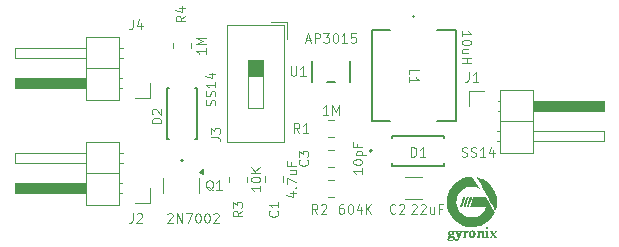
<source format=gbr>
%TF.GenerationSoftware,KiCad,Pcbnew,9.0.2*%
%TF.CreationDate,2025-06-14T21:55:15+08:00*%
%TF.ProjectId,Tiny Solar Supply,54696e79-2053-46f6-9c61-722053757070,rev?*%
%TF.SameCoordinates,Original*%
%TF.FileFunction,Legend,Top*%
%TF.FilePolarity,Positive*%
%FSLAX46Y46*%
G04 Gerber Fmt 4.6, Leading zero omitted, Abs format (unit mm)*
G04 Created by KiCad (PCBNEW 9.0.2) date 2025-06-14 21:55:15*
%MOMM*%
%LPD*%
G01*
G04 APERTURE LIST*
%ADD10C,0.100000*%
%ADD11C,0.000000*%
%ADD12C,0.120000*%
%ADD13C,0.200000*%
%ADD14C,0.127000*%
%ADD15C,0.152400*%
G04 APERTURE END LIST*
D10*
X92576667Y-95614895D02*
X92310000Y-95233942D01*
X92119524Y-95614895D02*
X92119524Y-94814895D01*
X92119524Y-94814895D02*
X92424286Y-94814895D01*
X92424286Y-94814895D02*
X92500476Y-94852990D01*
X92500476Y-94852990D02*
X92538571Y-94891085D01*
X92538571Y-94891085D02*
X92576667Y-94967276D01*
X92576667Y-94967276D02*
X92576667Y-95081561D01*
X92576667Y-95081561D02*
X92538571Y-95157752D01*
X92538571Y-95157752D02*
X92500476Y-95195847D01*
X92500476Y-95195847D02*
X92424286Y-95233942D01*
X92424286Y-95233942D02*
X92119524Y-95233942D01*
X93338571Y-95614895D02*
X92881428Y-95614895D01*
X93110000Y-95614895D02*
X93110000Y-94814895D01*
X93110000Y-94814895D02*
X93033809Y-94929180D01*
X93033809Y-94929180D02*
X92957619Y-95005371D01*
X92957619Y-95005371D02*
X92881428Y-95043466D01*
X95021428Y-94090895D02*
X94564285Y-94090895D01*
X94792857Y-94090895D02*
X94792857Y-93290895D01*
X94792857Y-93290895D02*
X94716666Y-93405180D01*
X94716666Y-93405180D02*
X94640476Y-93481371D01*
X94640476Y-93481371D02*
X94564285Y-93519466D01*
X95364286Y-94090895D02*
X95364286Y-93290895D01*
X95364286Y-93290895D02*
X95630952Y-93862323D01*
X95630952Y-93862323D02*
X95897619Y-93290895D01*
X95897619Y-93290895D02*
X95897619Y-94090895D01*
X85061295Y-96024666D02*
X85632723Y-96024666D01*
X85632723Y-96024666D02*
X85747009Y-96062761D01*
X85747009Y-96062761D02*
X85823200Y-96138952D01*
X85823200Y-96138952D02*
X85861295Y-96253237D01*
X85861295Y-96253237D02*
X85861295Y-96329428D01*
X85061295Y-95719904D02*
X85061295Y-95224666D01*
X85061295Y-95224666D02*
X85366057Y-95491332D01*
X85366057Y-95491332D02*
X85366057Y-95377047D01*
X85366057Y-95377047D02*
X85404152Y-95300856D01*
X85404152Y-95300856D02*
X85442247Y-95262761D01*
X85442247Y-95262761D02*
X85518438Y-95224666D01*
X85518438Y-95224666D02*
X85708914Y-95224666D01*
X85708914Y-95224666D02*
X85785104Y-95262761D01*
X85785104Y-95262761D02*
X85823200Y-95300856D01*
X85823200Y-95300856D02*
X85861295Y-95377047D01*
X85861295Y-95377047D02*
X85861295Y-95605618D01*
X85861295Y-95605618D02*
X85823200Y-95681809D01*
X85823200Y-95681809D02*
X85785104Y-95719904D01*
X78473333Y-102434895D02*
X78473333Y-103006323D01*
X78473333Y-103006323D02*
X78435238Y-103120609D01*
X78435238Y-103120609D02*
X78359047Y-103196800D01*
X78359047Y-103196800D02*
X78244762Y-103234895D01*
X78244762Y-103234895D02*
X78168571Y-103234895D01*
X78816190Y-102511085D02*
X78854286Y-102472990D01*
X78854286Y-102472990D02*
X78930476Y-102434895D01*
X78930476Y-102434895D02*
X79120952Y-102434895D01*
X79120952Y-102434895D02*
X79197143Y-102472990D01*
X79197143Y-102472990D02*
X79235238Y-102511085D01*
X79235238Y-102511085D02*
X79273333Y-102587276D01*
X79273333Y-102587276D02*
X79273333Y-102663466D01*
X79273333Y-102663466D02*
X79235238Y-102777752D01*
X79235238Y-102777752D02*
X78778095Y-103234895D01*
X78778095Y-103234895D02*
X79273333Y-103234895D01*
X106921333Y-90496895D02*
X106921333Y-91068323D01*
X106921333Y-91068323D02*
X106883238Y-91182609D01*
X106883238Y-91182609D02*
X106807047Y-91258800D01*
X106807047Y-91258800D02*
X106692762Y-91296895D01*
X106692762Y-91296895D02*
X106616571Y-91296895D01*
X107721333Y-91296895D02*
X107264190Y-91296895D01*
X107492762Y-91296895D02*
X107492762Y-90496895D01*
X107492762Y-90496895D02*
X107416571Y-90611180D01*
X107416571Y-90611180D02*
X107340381Y-90687371D01*
X107340381Y-90687371D02*
X107264190Y-90725466D01*
X80882895Y-94824475D02*
X80082895Y-94824475D01*
X80082895Y-94824475D02*
X80082895Y-94633999D01*
X80082895Y-94633999D02*
X80120990Y-94519713D01*
X80120990Y-94519713D02*
X80197180Y-94443523D01*
X80197180Y-94443523D02*
X80273371Y-94405428D01*
X80273371Y-94405428D02*
X80425752Y-94367332D01*
X80425752Y-94367332D02*
X80540038Y-94367332D01*
X80540038Y-94367332D02*
X80692419Y-94405428D01*
X80692419Y-94405428D02*
X80768609Y-94443523D01*
X80768609Y-94443523D02*
X80844800Y-94519713D01*
X80844800Y-94519713D02*
X80882895Y-94633999D01*
X80882895Y-94633999D02*
X80882895Y-94824475D01*
X80159085Y-94062571D02*
X80120990Y-94024475D01*
X80120990Y-94024475D02*
X80082895Y-93948285D01*
X80082895Y-93948285D02*
X80082895Y-93757809D01*
X80082895Y-93757809D02*
X80120990Y-93681618D01*
X80120990Y-93681618D02*
X80159085Y-93643523D01*
X80159085Y-93643523D02*
X80235276Y-93605428D01*
X80235276Y-93605428D02*
X80311466Y-93605428D01*
X80311466Y-93605428D02*
X80425752Y-93643523D01*
X80425752Y-93643523D02*
X80882895Y-94100666D01*
X80882895Y-94100666D02*
X80882895Y-93605428D01*
X85416800Y-93319429D02*
X85454895Y-93205143D01*
X85454895Y-93205143D02*
X85454895Y-93014667D01*
X85454895Y-93014667D02*
X85416800Y-92938476D01*
X85416800Y-92938476D02*
X85378704Y-92900381D01*
X85378704Y-92900381D02*
X85302514Y-92862286D01*
X85302514Y-92862286D02*
X85226323Y-92862286D01*
X85226323Y-92862286D02*
X85150133Y-92900381D01*
X85150133Y-92900381D02*
X85112038Y-92938476D01*
X85112038Y-92938476D02*
X85073942Y-93014667D01*
X85073942Y-93014667D02*
X85035847Y-93167048D01*
X85035847Y-93167048D02*
X84997752Y-93243238D01*
X84997752Y-93243238D02*
X84959657Y-93281333D01*
X84959657Y-93281333D02*
X84883466Y-93319429D01*
X84883466Y-93319429D02*
X84807276Y-93319429D01*
X84807276Y-93319429D02*
X84731085Y-93281333D01*
X84731085Y-93281333D02*
X84692990Y-93243238D01*
X84692990Y-93243238D02*
X84654895Y-93167048D01*
X84654895Y-93167048D02*
X84654895Y-92976571D01*
X84654895Y-92976571D02*
X84692990Y-92862286D01*
X85416800Y-92557524D02*
X85454895Y-92443238D01*
X85454895Y-92443238D02*
X85454895Y-92252762D01*
X85454895Y-92252762D02*
X85416800Y-92176571D01*
X85416800Y-92176571D02*
X85378704Y-92138476D01*
X85378704Y-92138476D02*
X85302514Y-92100381D01*
X85302514Y-92100381D02*
X85226323Y-92100381D01*
X85226323Y-92100381D02*
X85150133Y-92138476D01*
X85150133Y-92138476D02*
X85112038Y-92176571D01*
X85112038Y-92176571D02*
X85073942Y-92252762D01*
X85073942Y-92252762D02*
X85035847Y-92405143D01*
X85035847Y-92405143D02*
X84997752Y-92481333D01*
X84997752Y-92481333D02*
X84959657Y-92519428D01*
X84959657Y-92519428D02*
X84883466Y-92557524D01*
X84883466Y-92557524D02*
X84807276Y-92557524D01*
X84807276Y-92557524D02*
X84731085Y-92519428D01*
X84731085Y-92519428D02*
X84692990Y-92481333D01*
X84692990Y-92481333D02*
X84654895Y-92405143D01*
X84654895Y-92405143D02*
X84654895Y-92214666D01*
X84654895Y-92214666D02*
X84692990Y-92100381D01*
X85454895Y-91338476D02*
X85454895Y-91795619D01*
X85454895Y-91567047D02*
X84654895Y-91567047D01*
X84654895Y-91567047D02*
X84769180Y-91643238D01*
X84769180Y-91643238D02*
X84845371Y-91719428D01*
X84845371Y-91719428D02*
X84883466Y-91795619D01*
X84921561Y-90652761D02*
X85454895Y-90652761D01*
X84616800Y-90843237D02*
X85188228Y-91033714D01*
X85188228Y-91033714D02*
X85188228Y-90538475D01*
X94100667Y-102472895D02*
X93834000Y-102091942D01*
X93643524Y-102472895D02*
X93643524Y-101672895D01*
X93643524Y-101672895D02*
X93948286Y-101672895D01*
X93948286Y-101672895D02*
X94024476Y-101710990D01*
X94024476Y-101710990D02*
X94062571Y-101749085D01*
X94062571Y-101749085D02*
X94100667Y-101825276D01*
X94100667Y-101825276D02*
X94100667Y-101939561D01*
X94100667Y-101939561D02*
X94062571Y-102015752D01*
X94062571Y-102015752D02*
X94024476Y-102053847D01*
X94024476Y-102053847D02*
X93948286Y-102091942D01*
X93948286Y-102091942D02*
X93643524Y-102091942D01*
X94405428Y-101749085D02*
X94443524Y-101710990D01*
X94443524Y-101710990D02*
X94519714Y-101672895D01*
X94519714Y-101672895D02*
X94710190Y-101672895D01*
X94710190Y-101672895D02*
X94786381Y-101710990D01*
X94786381Y-101710990D02*
X94824476Y-101749085D01*
X94824476Y-101749085D02*
X94862571Y-101825276D01*
X94862571Y-101825276D02*
X94862571Y-101901466D01*
X94862571Y-101901466D02*
X94824476Y-102015752D01*
X94824476Y-102015752D02*
X94367333Y-102472895D01*
X94367333Y-102472895D02*
X94862571Y-102472895D01*
X96272476Y-101672895D02*
X96120095Y-101672895D01*
X96120095Y-101672895D02*
X96043904Y-101710990D01*
X96043904Y-101710990D02*
X96005809Y-101749085D01*
X96005809Y-101749085D02*
X95929619Y-101863371D01*
X95929619Y-101863371D02*
X95891523Y-102015752D01*
X95891523Y-102015752D02*
X95891523Y-102320514D01*
X95891523Y-102320514D02*
X95929619Y-102396704D01*
X95929619Y-102396704D02*
X95967714Y-102434800D01*
X95967714Y-102434800D02*
X96043904Y-102472895D01*
X96043904Y-102472895D02*
X96196285Y-102472895D01*
X96196285Y-102472895D02*
X96272476Y-102434800D01*
X96272476Y-102434800D02*
X96310571Y-102396704D01*
X96310571Y-102396704D02*
X96348666Y-102320514D01*
X96348666Y-102320514D02*
X96348666Y-102130038D01*
X96348666Y-102130038D02*
X96310571Y-102053847D01*
X96310571Y-102053847D02*
X96272476Y-102015752D01*
X96272476Y-102015752D02*
X96196285Y-101977657D01*
X96196285Y-101977657D02*
X96043904Y-101977657D01*
X96043904Y-101977657D02*
X95967714Y-102015752D01*
X95967714Y-102015752D02*
X95929619Y-102053847D01*
X95929619Y-102053847D02*
X95891523Y-102130038D01*
X96843905Y-101672895D02*
X96920095Y-101672895D01*
X96920095Y-101672895D02*
X96996286Y-101710990D01*
X96996286Y-101710990D02*
X97034381Y-101749085D01*
X97034381Y-101749085D02*
X97072476Y-101825276D01*
X97072476Y-101825276D02*
X97110571Y-101977657D01*
X97110571Y-101977657D02*
X97110571Y-102168133D01*
X97110571Y-102168133D02*
X97072476Y-102320514D01*
X97072476Y-102320514D02*
X97034381Y-102396704D01*
X97034381Y-102396704D02*
X96996286Y-102434800D01*
X96996286Y-102434800D02*
X96920095Y-102472895D01*
X96920095Y-102472895D02*
X96843905Y-102472895D01*
X96843905Y-102472895D02*
X96767714Y-102434800D01*
X96767714Y-102434800D02*
X96729619Y-102396704D01*
X96729619Y-102396704D02*
X96691524Y-102320514D01*
X96691524Y-102320514D02*
X96653428Y-102168133D01*
X96653428Y-102168133D02*
X96653428Y-101977657D01*
X96653428Y-101977657D02*
X96691524Y-101825276D01*
X96691524Y-101825276D02*
X96729619Y-101749085D01*
X96729619Y-101749085D02*
X96767714Y-101710990D01*
X96767714Y-101710990D02*
X96843905Y-101672895D01*
X97796286Y-101939561D02*
X97796286Y-102472895D01*
X97605810Y-101634800D02*
X97415333Y-102206228D01*
X97415333Y-102206228D02*
X97910572Y-102206228D01*
X98215334Y-102472895D02*
X98215334Y-101672895D01*
X98672477Y-102472895D02*
X98329619Y-102015752D01*
X98672477Y-101672895D02*
X98215334Y-102130038D01*
X87740895Y-102241332D02*
X87359942Y-102507999D01*
X87740895Y-102698475D02*
X86940895Y-102698475D01*
X86940895Y-102698475D02*
X86940895Y-102393713D01*
X86940895Y-102393713D02*
X86978990Y-102317523D01*
X86978990Y-102317523D02*
X87017085Y-102279428D01*
X87017085Y-102279428D02*
X87093276Y-102241332D01*
X87093276Y-102241332D02*
X87207561Y-102241332D01*
X87207561Y-102241332D02*
X87283752Y-102279428D01*
X87283752Y-102279428D02*
X87321847Y-102317523D01*
X87321847Y-102317523D02*
X87359942Y-102393713D01*
X87359942Y-102393713D02*
X87359942Y-102698475D01*
X86940895Y-101974666D02*
X86940895Y-101479428D01*
X86940895Y-101479428D02*
X87245657Y-101746094D01*
X87245657Y-101746094D02*
X87245657Y-101631809D01*
X87245657Y-101631809D02*
X87283752Y-101555618D01*
X87283752Y-101555618D02*
X87321847Y-101517523D01*
X87321847Y-101517523D02*
X87398038Y-101479428D01*
X87398038Y-101479428D02*
X87588514Y-101479428D01*
X87588514Y-101479428D02*
X87664704Y-101517523D01*
X87664704Y-101517523D02*
X87702800Y-101555618D01*
X87702800Y-101555618D02*
X87740895Y-101631809D01*
X87740895Y-101631809D02*
X87740895Y-101860380D01*
X87740895Y-101860380D02*
X87702800Y-101936571D01*
X87702800Y-101936571D02*
X87664704Y-101974666D01*
X89264895Y-100120381D02*
X89264895Y-100577524D01*
X89264895Y-100348952D02*
X88464895Y-100348952D01*
X88464895Y-100348952D02*
X88579180Y-100425143D01*
X88579180Y-100425143D02*
X88655371Y-100501333D01*
X88655371Y-100501333D02*
X88693466Y-100577524D01*
X88464895Y-99625142D02*
X88464895Y-99548952D01*
X88464895Y-99548952D02*
X88502990Y-99472761D01*
X88502990Y-99472761D02*
X88541085Y-99434666D01*
X88541085Y-99434666D02*
X88617276Y-99396571D01*
X88617276Y-99396571D02*
X88769657Y-99358476D01*
X88769657Y-99358476D02*
X88960133Y-99358476D01*
X88960133Y-99358476D02*
X89112514Y-99396571D01*
X89112514Y-99396571D02*
X89188704Y-99434666D01*
X89188704Y-99434666D02*
X89226800Y-99472761D01*
X89226800Y-99472761D02*
X89264895Y-99548952D01*
X89264895Y-99548952D02*
X89264895Y-99625142D01*
X89264895Y-99625142D02*
X89226800Y-99701333D01*
X89226800Y-99701333D02*
X89188704Y-99739428D01*
X89188704Y-99739428D02*
X89112514Y-99777523D01*
X89112514Y-99777523D02*
X88960133Y-99815619D01*
X88960133Y-99815619D02*
X88769657Y-99815619D01*
X88769657Y-99815619D02*
X88617276Y-99777523D01*
X88617276Y-99777523D02*
X88541085Y-99739428D01*
X88541085Y-99739428D02*
X88502990Y-99701333D01*
X88502990Y-99701333D02*
X88464895Y-99625142D01*
X89264895Y-99015618D02*
X88464895Y-99015618D01*
X89264895Y-98558475D02*
X88807752Y-98901333D01*
X88464895Y-98558475D02*
X88922038Y-99015618D01*
X93252704Y-97923332D02*
X93290800Y-97961428D01*
X93290800Y-97961428D02*
X93328895Y-98075713D01*
X93328895Y-98075713D02*
X93328895Y-98151904D01*
X93328895Y-98151904D02*
X93290800Y-98266190D01*
X93290800Y-98266190D02*
X93214609Y-98342380D01*
X93214609Y-98342380D02*
X93138419Y-98380475D01*
X93138419Y-98380475D02*
X92986038Y-98418571D01*
X92986038Y-98418571D02*
X92871752Y-98418571D01*
X92871752Y-98418571D02*
X92719371Y-98380475D01*
X92719371Y-98380475D02*
X92643180Y-98342380D01*
X92643180Y-98342380D02*
X92566990Y-98266190D01*
X92566990Y-98266190D02*
X92528895Y-98151904D01*
X92528895Y-98151904D02*
X92528895Y-98075713D01*
X92528895Y-98075713D02*
X92566990Y-97961428D01*
X92566990Y-97961428D02*
X92605085Y-97923332D01*
X92528895Y-97656666D02*
X92528895Y-97161428D01*
X92528895Y-97161428D02*
X92833657Y-97428094D01*
X92833657Y-97428094D02*
X92833657Y-97313809D01*
X92833657Y-97313809D02*
X92871752Y-97237618D01*
X92871752Y-97237618D02*
X92909847Y-97199523D01*
X92909847Y-97199523D02*
X92986038Y-97161428D01*
X92986038Y-97161428D02*
X93176514Y-97161428D01*
X93176514Y-97161428D02*
X93252704Y-97199523D01*
X93252704Y-97199523D02*
X93290800Y-97237618D01*
X93290800Y-97237618D02*
X93328895Y-97313809D01*
X93328895Y-97313809D02*
X93328895Y-97542380D01*
X93328895Y-97542380D02*
X93290800Y-97618571D01*
X93290800Y-97618571D02*
X93252704Y-97656666D01*
X97900895Y-98647143D02*
X97900895Y-99104286D01*
X97900895Y-98875714D02*
X97100895Y-98875714D01*
X97100895Y-98875714D02*
X97215180Y-98951905D01*
X97215180Y-98951905D02*
X97291371Y-99028095D01*
X97291371Y-99028095D02*
X97329466Y-99104286D01*
X97100895Y-98151904D02*
X97100895Y-98075714D01*
X97100895Y-98075714D02*
X97138990Y-97999523D01*
X97138990Y-97999523D02*
X97177085Y-97961428D01*
X97177085Y-97961428D02*
X97253276Y-97923333D01*
X97253276Y-97923333D02*
X97405657Y-97885238D01*
X97405657Y-97885238D02*
X97596133Y-97885238D01*
X97596133Y-97885238D02*
X97748514Y-97923333D01*
X97748514Y-97923333D02*
X97824704Y-97961428D01*
X97824704Y-97961428D02*
X97862800Y-97999523D01*
X97862800Y-97999523D02*
X97900895Y-98075714D01*
X97900895Y-98075714D02*
X97900895Y-98151904D01*
X97900895Y-98151904D02*
X97862800Y-98228095D01*
X97862800Y-98228095D02*
X97824704Y-98266190D01*
X97824704Y-98266190D02*
X97748514Y-98304285D01*
X97748514Y-98304285D02*
X97596133Y-98342381D01*
X97596133Y-98342381D02*
X97405657Y-98342381D01*
X97405657Y-98342381D02*
X97253276Y-98304285D01*
X97253276Y-98304285D02*
X97177085Y-98266190D01*
X97177085Y-98266190D02*
X97138990Y-98228095D01*
X97138990Y-98228095D02*
X97100895Y-98151904D01*
X97367561Y-97542380D02*
X98167561Y-97542380D01*
X97405657Y-97542380D02*
X97367561Y-97466190D01*
X97367561Y-97466190D02*
X97367561Y-97313809D01*
X97367561Y-97313809D02*
X97405657Y-97237618D01*
X97405657Y-97237618D02*
X97443752Y-97199523D01*
X97443752Y-97199523D02*
X97519942Y-97161428D01*
X97519942Y-97161428D02*
X97748514Y-97161428D01*
X97748514Y-97161428D02*
X97824704Y-97199523D01*
X97824704Y-97199523D02*
X97862800Y-97237618D01*
X97862800Y-97237618D02*
X97900895Y-97313809D01*
X97900895Y-97313809D02*
X97900895Y-97466190D01*
X97900895Y-97466190D02*
X97862800Y-97542380D01*
X97481847Y-96551904D02*
X97481847Y-96818570D01*
X97900895Y-96818570D02*
X97100895Y-96818570D01*
X97100895Y-96818570D02*
X97100895Y-96437618D01*
X91846476Y-89988895D02*
X91846476Y-90636514D01*
X91846476Y-90636514D02*
X91884571Y-90712704D01*
X91884571Y-90712704D02*
X91922666Y-90750800D01*
X91922666Y-90750800D02*
X91998857Y-90788895D01*
X91998857Y-90788895D02*
X92151238Y-90788895D01*
X92151238Y-90788895D02*
X92227428Y-90750800D01*
X92227428Y-90750800D02*
X92265523Y-90712704D01*
X92265523Y-90712704D02*
X92303619Y-90636514D01*
X92303619Y-90636514D02*
X92303619Y-89988895D01*
X93103618Y-90788895D02*
X92646475Y-90788895D01*
X92875047Y-90788895D02*
X92875047Y-89988895D01*
X92875047Y-89988895D02*
X92798856Y-90103180D01*
X92798856Y-90103180D02*
X92722666Y-90179371D01*
X92722666Y-90179371D02*
X92646475Y-90217466D01*
X93135713Y-87766323D02*
X93516666Y-87766323D01*
X93059523Y-87994895D02*
X93326190Y-87194895D01*
X93326190Y-87194895D02*
X93592856Y-87994895D01*
X93859523Y-87994895D02*
X93859523Y-87194895D01*
X93859523Y-87194895D02*
X94164285Y-87194895D01*
X94164285Y-87194895D02*
X94240475Y-87232990D01*
X94240475Y-87232990D02*
X94278570Y-87271085D01*
X94278570Y-87271085D02*
X94316666Y-87347276D01*
X94316666Y-87347276D02*
X94316666Y-87461561D01*
X94316666Y-87461561D02*
X94278570Y-87537752D01*
X94278570Y-87537752D02*
X94240475Y-87575847D01*
X94240475Y-87575847D02*
X94164285Y-87613942D01*
X94164285Y-87613942D02*
X93859523Y-87613942D01*
X94583332Y-87194895D02*
X95078570Y-87194895D01*
X95078570Y-87194895D02*
X94811904Y-87499657D01*
X94811904Y-87499657D02*
X94926189Y-87499657D01*
X94926189Y-87499657D02*
X95002380Y-87537752D01*
X95002380Y-87537752D02*
X95040475Y-87575847D01*
X95040475Y-87575847D02*
X95078570Y-87652038D01*
X95078570Y-87652038D02*
X95078570Y-87842514D01*
X95078570Y-87842514D02*
X95040475Y-87918704D01*
X95040475Y-87918704D02*
X95002380Y-87956800D01*
X95002380Y-87956800D02*
X94926189Y-87994895D01*
X94926189Y-87994895D02*
X94697618Y-87994895D01*
X94697618Y-87994895D02*
X94621427Y-87956800D01*
X94621427Y-87956800D02*
X94583332Y-87918704D01*
X95573809Y-87194895D02*
X95649999Y-87194895D01*
X95649999Y-87194895D02*
X95726190Y-87232990D01*
X95726190Y-87232990D02*
X95764285Y-87271085D01*
X95764285Y-87271085D02*
X95802380Y-87347276D01*
X95802380Y-87347276D02*
X95840475Y-87499657D01*
X95840475Y-87499657D02*
X95840475Y-87690133D01*
X95840475Y-87690133D02*
X95802380Y-87842514D01*
X95802380Y-87842514D02*
X95764285Y-87918704D01*
X95764285Y-87918704D02*
X95726190Y-87956800D01*
X95726190Y-87956800D02*
X95649999Y-87994895D01*
X95649999Y-87994895D02*
X95573809Y-87994895D01*
X95573809Y-87994895D02*
X95497618Y-87956800D01*
X95497618Y-87956800D02*
X95459523Y-87918704D01*
X95459523Y-87918704D02*
X95421428Y-87842514D01*
X95421428Y-87842514D02*
X95383332Y-87690133D01*
X95383332Y-87690133D02*
X95383332Y-87499657D01*
X95383332Y-87499657D02*
X95421428Y-87347276D01*
X95421428Y-87347276D02*
X95459523Y-87271085D01*
X95459523Y-87271085D02*
X95497618Y-87232990D01*
X95497618Y-87232990D02*
X95573809Y-87194895D01*
X96602380Y-87994895D02*
X96145237Y-87994895D01*
X96373809Y-87994895D02*
X96373809Y-87194895D01*
X96373809Y-87194895D02*
X96297618Y-87309180D01*
X96297618Y-87309180D02*
X96221428Y-87385371D01*
X96221428Y-87385371D02*
X96145237Y-87423466D01*
X97326190Y-87194895D02*
X96945238Y-87194895D01*
X96945238Y-87194895D02*
X96907142Y-87575847D01*
X96907142Y-87575847D02*
X96945238Y-87537752D01*
X96945238Y-87537752D02*
X97021428Y-87499657D01*
X97021428Y-87499657D02*
X97211904Y-87499657D01*
X97211904Y-87499657D02*
X97288095Y-87537752D01*
X97288095Y-87537752D02*
X97326190Y-87575847D01*
X97326190Y-87575847D02*
X97364285Y-87652038D01*
X97364285Y-87652038D02*
X97364285Y-87842514D01*
X97364285Y-87842514D02*
X97326190Y-87918704D01*
X97326190Y-87918704D02*
X97288095Y-87956800D01*
X97288095Y-87956800D02*
X97211904Y-87994895D01*
X97211904Y-87994895D02*
X97021428Y-87994895D01*
X97021428Y-87994895D02*
X96945238Y-87956800D01*
X96945238Y-87956800D02*
X96907142Y-87918704D01*
X85267809Y-100517085D02*
X85191619Y-100478990D01*
X85191619Y-100478990D02*
X85115428Y-100402800D01*
X85115428Y-100402800D02*
X85001142Y-100288514D01*
X85001142Y-100288514D02*
X84924952Y-100250419D01*
X84924952Y-100250419D02*
X84848761Y-100250419D01*
X84886857Y-100440895D02*
X84810666Y-100402800D01*
X84810666Y-100402800D02*
X84734476Y-100326609D01*
X84734476Y-100326609D02*
X84696380Y-100174228D01*
X84696380Y-100174228D02*
X84696380Y-99907561D01*
X84696380Y-99907561D02*
X84734476Y-99755180D01*
X84734476Y-99755180D02*
X84810666Y-99678990D01*
X84810666Y-99678990D02*
X84886857Y-99640895D01*
X84886857Y-99640895D02*
X85039238Y-99640895D01*
X85039238Y-99640895D02*
X85115428Y-99678990D01*
X85115428Y-99678990D02*
X85191619Y-99755180D01*
X85191619Y-99755180D02*
X85229714Y-99907561D01*
X85229714Y-99907561D02*
X85229714Y-100174228D01*
X85229714Y-100174228D02*
X85191619Y-100326609D01*
X85191619Y-100326609D02*
X85115428Y-100402800D01*
X85115428Y-100402800D02*
X85039238Y-100440895D01*
X85039238Y-100440895D02*
X84886857Y-100440895D01*
X85991618Y-100440895D02*
X85534475Y-100440895D01*
X85763047Y-100440895D02*
X85763047Y-99640895D01*
X85763047Y-99640895D02*
X85686856Y-99755180D01*
X85686856Y-99755180D02*
X85610666Y-99831371D01*
X85610666Y-99831371D02*
X85534475Y-99869466D01*
X81394570Y-102511085D02*
X81432666Y-102472990D01*
X81432666Y-102472990D02*
X81508856Y-102434895D01*
X81508856Y-102434895D02*
X81699332Y-102434895D01*
X81699332Y-102434895D02*
X81775523Y-102472990D01*
X81775523Y-102472990D02*
X81813618Y-102511085D01*
X81813618Y-102511085D02*
X81851713Y-102587276D01*
X81851713Y-102587276D02*
X81851713Y-102663466D01*
X81851713Y-102663466D02*
X81813618Y-102777752D01*
X81813618Y-102777752D02*
X81356475Y-103234895D01*
X81356475Y-103234895D02*
X81851713Y-103234895D01*
X82194571Y-103234895D02*
X82194571Y-102434895D01*
X82194571Y-102434895D02*
X82651714Y-103234895D01*
X82651714Y-103234895D02*
X82651714Y-102434895D01*
X82956475Y-102434895D02*
X83489809Y-102434895D01*
X83489809Y-102434895D02*
X83146951Y-103234895D01*
X83946952Y-102434895D02*
X84023142Y-102434895D01*
X84023142Y-102434895D02*
X84099333Y-102472990D01*
X84099333Y-102472990D02*
X84137428Y-102511085D01*
X84137428Y-102511085D02*
X84175523Y-102587276D01*
X84175523Y-102587276D02*
X84213618Y-102739657D01*
X84213618Y-102739657D02*
X84213618Y-102930133D01*
X84213618Y-102930133D02*
X84175523Y-103082514D01*
X84175523Y-103082514D02*
X84137428Y-103158704D01*
X84137428Y-103158704D02*
X84099333Y-103196800D01*
X84099333Y-103196800D02*
X84023142Y-103234895D01*
X84023142Y-103234895D02*
X83946952Y-103234895D01*
X83946952Y-103234895D02*
X83870761Y-103196800D01*
X83870761Y-103196800D02*
X83832666Y-103158704D01*
X83832666Y-103158704D02*
X83794571Y-103082514D01*
X83794571Y-103082514D02*
X83756475Y-102930133D01*
X83756475Y-102930133D02*
X83756475Y-102739657D01*
X83756475Y-102739657D02*
X83794571Y-102587276D01*
X83794571Y-102587276D02*
X83832666Y-102511085D01*
X83832666Y-102511085D02*
X83870761Y-102472990D01*
X83870761Y-102472990D02*
X83946952Y-102434895D01*
X84708857Y-102434895D02*
X84785047Y-102434895D01*
X84785047Y-102434895D02*
X84861238Y-102472990D01*
X84861238Y-102472990D02*
X84899333Y-102511085D01*
X84899333Y-102511085D02*
X84937428Y-102587276D01*
X84937428Y-102587276D02*
X84975523Y-102739657D01*
X84975523Y-102739657D02*
X84975523Y-102930133D01*
X84975523Y-102930133D02*
X84937428Y-103082514D01*
X84937428Y-103082514D02*
X84899333Y-103158704D01*
X84899333Y-103158704D02*
X84861238Y-103196800D01*
X84861238Y-103196800D02*
X84785047Y-103234895D01*
X84785047Y-103234895D02*
X84708857Y-103234895D01*
X84708857Y-103234895D02*
X84632666Y-103196800D01*
X84632666Y-103196800D02*
X84594571Y-103158704D01*
X84594571Y-103158704D02*
X84556476Y-103082514D01*
X84556476Y-103082514D02*
X84518380Y-102930133D01*
X84518380Y-102930133D02*
X84518380Y-102739657D01*
X84518380Y-102739657D02*
X84556476Y-102587276D01*
X84556476Y-102587276D02*
X84594571Y-102511085D01*
X84594571Y-102511085D02*
X84632666Y-102472990D01*
X84632666Y-102472990D02*
X84708857Y-102434895D01*
X85280285Y-102511085D02*
X85318381Y-102472990D01*
X85318381Y-102472990D02*
X85394571Y-102434895D01*
X85394571Y-102434895D02*
X85585047Y-102434895D01*
X85585047Y-102434895D02*
X85661238Y-102472990D01*
X85661238Y-102472990D02*
X85699333Y-102511085D01*
X85699333Y-102511085D02*
X85737428Y-102587276D01*
X85737428Y-102587276D02*
X85737428Y-102663466D01*
X85737428Y-102663466D02*
X85699333Y-102777752D01*
X85699333Y-102777752D02*
X85242190Y-103234895D01*
X85242190Y-103234895D02*
X85737428Y-103234895D01*
X101870104Y-90671666D02*
X101870104Y-90290714D01*
X101870104Y-90290714D02*
X102670104Y-90290714D01*
X101870104Y-91357380D02*
X101870104Y-90900237D01*
X101870104Y-91128809D02*
X102670104Y-91128809D01*
X102670104Y-91128809D02*
X102555819Y-91052618D01*
X102555819Y-91052618D02*
X102479628Y-90976428D01*
X102479628Y-90976428D02*
X102441533Y-90900237D01*
X106315104Y-87458666D02*
X106315104Y-87001523D01*
X106315104Y-87230095D02*
X107115104Y-87230095D01*
X107115104Y-87230095D02*
X107000819Y-87153904D01*
X107000819Y-87153904D02*
X106924628Y-87077714D01*
X106924628Y-87077714D02*
X106886533Y-87001523D01*
X107115104Y-87953905D02*
X107115104Y-88030095D01*
X107115104Y-88030095D02*
X107077009Y-88106286D01*
X107077009Y-88106286D02*
X107038914Y-88144381D01*
X107038914Y-88144381D02*
X106962723Y-88182476D01*
X106962723Y-88182476D02*
X106810342Y-88220571D01*
X106810342Y-88220571D02*
X106619866Y-88220571D01*
X106619866Y-88220571D02*
X106467485Y-88182476D01*
X106467485Y-88182476D02*
X106391295Y-88144381D01*
X106391295Y-88144381D02*
X106353200Y-88106286D01*
X106353200Y-88106286D02*
X106315104Y-88030095D01*
X106315104Y-88030095D02*
X106315104Y-87953905D01*
X106315104Y-87953905D02*
X106353200Y-87877714D01*
X106353200Y-87877714D02*
X106391295Y-87839619D01*
X106391295Y-87839619D02*
X106467485Y-87801524D01*
X106467485Y-87801524D02*
X106619866Y-87763428D01*
X106619866Y-87763428D02*
X106810342Y-87763428D01*
X106810342Y-87763428D02*
X106962723Y-87801524D01*
X106962723Y-87801524D02*
X107038914Y-87839619D01*
X107038914Y-87839619D02*
X107077009Y-87877714D01*
X107077009Y-87877714D02*
X107115104Y-87953905D01*
X106848438Y-88906286D02*
X106315104Y-88906286D01*
X106848438Y-88563429D02*
X106429390Y-88563429D01*
X106429390Y-88563429D02*
X106353200Y-88601524D01*
X106353200Y-88601524D02*
X106315104Y-88677714D01*
X106315104Y-88677714D02*
X106315104Y-88792000D01*
X106315104Y-88792000D02*
X106353200Y-88868191D01*
X106353200Y-88868191D02*
X106391295Y-88906286D01*
X106315104Y-89287239D02*
X107115104Y-89287239D01*
X106734152Y-89287239D02*
X106734152Y-89744382D01*
X106315104Y-89744382D02*
X107115104Y-89744382D01*
X100704667Y-102396704D02*
X100666571Y-102434800D01*
X100666571Y-102434800D02*
X100552286Y-102472895D01*
X100552286Y-102472895D02*
X100476095Y-102472895D01*
X100476095Y-102472895D02*
X100361809Y-102434800D01*
X100361809Y-102434800D02*
X100285619Y-102358609D01*
X100285619Y-102358609D02*
X100247524Y-102282419D01*
X100247524Y-102282419D02*
X100209428Y-102130038D01*
X100209428Y-102130038D02*
X100209428Y-102015752D01*
X100209428Y-102015752D02*
X100247524Y-101863371D01*
X100247524Y-101863371D02*
X100285619Y-101787180D01*
X100285619Y-101787180D02*
X100361809Y-101710990D01*
X100361809Y-101710990D02*
X100476095Y-101672895D01*
X100476095Y-101672895D02*
X100552286Y-101672895D01*
X100552286Y-101672895D02*
X100666571Y-101710990D01*
X100666571Y-101710990D02*
X100704667Y-101749085D01*
X101009428Y-101749085D02*
X101047524Y-101710990D01*
X101047524Y-101710990D02*
X101123714Y-101672895D01*
X101123714Y-101672895D02*
X101314190Y-101672895D01*
X101314190Y-101672895D02*
X101390381Y-101710990D01*
X101390381Y-101710990D02*
X101428476Y-101749085D01*
X101428476Y-101749085D02*
X101466571Y-101825276D01*
X101466571Y-101825276D02*
X101466571Y-101901466D01*
X101466571Y-101901466D02*
X101428476Y-102015752D01*
X101428476Y-102015752D02*
X100971333Y-102472895D01*
X100971333Y-102472895D02*
X101466571Y-102472895D01*
X102063713Y-101749085D02*
X102101809Y-101710990D01*
X102101809Y-101710990D02*
X102177999Y-101672895D01*
X102177999Y-101672895D02*
X102368475Y-101672895D01*
X102368475Y-101672895D02*
X102444666Y-101710990D01*
X102444666Y-101710990D02*
X102482761Y-101749085D01*
X102482761Y-101749085D02*
X102520856Y-101825276D01*
X102520856Y-101825276D02*
X102520856Y-101901466D01*
X102520856Y-101901466D02*
X102482761Y-102015752D01*
X102482761Y-102015752D02*
X102025618Y-102472895D01*
X102025618Y-102472895D02*
X102520856Y-102472895D01*
X102825618Y-101749085D02*
X102863714Y-101710990D01*
X102863714Y-101710990D02*
X102939904Y-101672895D01*
X102939904Y-101672895D02*
X103130380Y-101672895D01*
X103130380Y-101672895D02*
X103206571Y-101710990D01*
X103206571Y-101710990D02*
X103244666Y-101749085D01*
X103244666Y-101749085D02*
X103282761Y-101825276D01*
X103282761Y-101825276D02*
X103282761Y-101901466D01*
X103282761Y-101901466D02*
X103244666Y-102015752D01*
X103244666Y-102015752D02*
X102787523Y-102472895D01*
X102787523Y-102472895D02*
X103282761Y-102472895D01*
X103968476Y-101939561D02*
X103968476Y-102472895D01*
X103625619Y-101939561D02*
X103625619Y-102358609D01*
X103625619Y-102358609D02*
X103663714Y-102434800D01*
X103663714Y-102434800D02*
X103739904Y-102472895D01*
X103739904Y-102472895D02*
X103854190Y-102472895D01*
X103854190Y-102472895D02*
X103930381Y-102434800D01*
X103930381Y-102434800D02*
X103968476Y-102396704D01*
X104616095Y-102053847D02*
X104349429Y-102053847D01*
X104349429Y-102472895D02*
X104349429Y-101672895D01*
X104349429Y-101672895D02*
X104730381Y-101672895D01*
X78473333Y-86077295D02*
X78473333Y-86648723D01*
X78473333Y-86648723D02*
X78435238Y-86763009D01*
X78435238Y-86763009D02*
X78359047Y-86839200D01*
X78359047Y-86839200D02*
X78244762Y-86877295D01*
X78244762Y-86877295D02*
X78168571Y-86877295D01*
X79197143Y-86343961D02*
X79197143Y-86877295D01*
X79006667Y-86039200D02*
X78816190Y-86610628D01*
X78816190Y-86610628D02*
X79311429Y-86610628D01*
X82914895Y-85731332D02*
X82533942Y-85997999D01*
X82914895Y-86188475D02*
X82114895Y-86188475D01*
X82114895Y-86188475D02*
X82114895Y-85883713D01*
X82114895Y-85883713D02*
X82152990Y-85807523D01*
X82152990Y-85807523D02*
X82191085Y-85769428D01*
X82191085Y-85769428D02*
X82267276Y-85731332D01*
X82267276Y-85731332D02*
X82381561Y-85731332D01*
X82381561Y-85731332D02*
X82457752Y-85769428D01*
X82457752Y-85769428D02*
X82495847Y-85807523D01*
X82495847Y-85807523D02*
X82533942Y-85883713D01*
X82533942Y-85883713D02*
X82533942Y-86188475D01*
X82381561Y-85045618D02*
X82914895Y-85045618D01*
X82076800Y-85236094D02*
X82648228Y-85426571D01*
X82648228Y-85426571D02*
X82648228Y-84931332D01*
X84652395Y-88493571D02*
X84652395Y-88950714D01*
X84652395Y-88722142D02*
X83852395Y-88722142D01*
X83852395Y-88722142D02*
X83966680Y-88798333D01*
X83966680Y-88798333D02*
X84042871Y-88874523D01*
X84042871Y-88874523D02*
X84080966Y-88950714D01*
X84652395Y-88150713D02*
X83852395Y-88150713D01*
X83852395Y-88150713D02*
X84423823Y-87884047D01*
X84423823Y-87884047D02*
X83852395Y-87617380D01*
X83852395Y-87617380D02*
X84652395Y-87617380D01*
X90712704Y-102241332D02*
X90750800Y-102279428D01*
X90750800Y-102279428D02*
X90788895Y-102393713D01*
X90788895Y-102393713D02*
X90788895Y-102469904D01*
X90788895Y-102469904D02*
X90750800Y-102584190D01*
X90750800Y-102584190D02*
X90674609Y-102660380D01*
X90674609Y-102660380D02*
X90598419Y-102698475D01*
X90598419Y-102698475D02*
X90446038Y-102736571D01*
X90446038Y-102736571D02*
X90331752Y-102736571D01*
X90331752Y-102736571D02*
X90179371Y-102698475D01*
X90179371Y-102698475D02*
X90103180Y-102660380D01*
X90103180Y-102660380D02*
X90026990Y-102584190D01*
X90026990Y-102584190D02*
X89988895Y-102469904D01*
X89988895Y-102469904D02*
X89988895Y-102393713D01*
X89988895Y-102393713D02*
X90026990Y-102279428D01*
X90026990Y-102279428D02*
X90065085Y-102241332D01*
X90788895Y-101479428D02*
X90788895Y-101936571D01*
X90788895Y-101707999D02*
X89988895Y-101707999D01*
X89988895Y-101707999D02*
X90103180Y-101784190D01*
X90103180Y-101784190D02*
X90179371Y-101860380D01*
X90179371Y-101860380D02*
X90217466Y-101936571D01*
X91779561Y-100691809D02*
X92312895Y-100691809D01*
X91474800Y-100882285D02*
X92046228Y-101072762D01*
X92046228Y-101072762D02*
X92046228Y-100577523D01*
X92236704Y-100272761D02*
X92274800Y-100234666D01*
X92274800Y-100234666D02*
X92312895Y-100272761D01*
X92312895Y-100272761D02*
X92274800Y-100310857D01*
X92274800Y-100310857D02*
X92236704Y-100272761D01*
X92236704Y-100272761D02*
X92312895Y-100272761D01*
X91512895Y-99968000D02*
X91512895Y-99434666D01*
X91512895Y-99434666D02*
X92312895Y-99777524D01*
X91779561Y-98787047D02*
X92312895Y-98787047D01*
X91779561Y-99129904D02*
X92198609Y-99129904D01*
X92198609Y-99129904D02*
X92274800Y-99091809D01*
X92274800Y-99091809D02*
X92312895Y-99015619D01*
X92312895Y-99015619D02*
X92312895Y-98901333D01*
X92312895Y-98901333D02*
X92274800Y-98825142D01*
X92274800Y-98825142D02*
X92236704Y-98787047D01*
X91893847Y-98139428D02*
X91893847Y-98406094D01*
X92312895Y-98406094D02*
X91512895Y-98406094D01*
X91512895Y-98406094D02*
X91512895Y-98025142D01*
X102025524Y-97646895D02*
X102025524Y-96846895D01*
X102025524Y-96846895D02*
X102216000Y-96846895D01*
X102216000Y-96846895D02*
X102330286Y-96884990D01*
X102330286Y-96884990D02*
X102406476Y-96961180D01*
X102406476Y-96961180D02*
X102444571Y-97037371D01*
X102444571Y-97037371D02*
X102482667Y-97189752D01*
X102482667Y-97189752D02*
X102482667Y-97304038D01*
X102482667Y-97304038D02*
X102444571Y-97456419D01*
X102444571Y-97456419D02*
X102406476Y-97532609D01*
X102406476Y-97532609D02*
X102330286Y-97608800D01*
X102330286Y-97608800D02*
X102216000Y-97646895D01*
X102216000Y-97646895D02*
X102025524Y-97646895D01*
X103244571Y-97646895D02*
X102787428Y-97646895D01*
X103016000Y-97646895D02*
X103016000Y-96846895D01*
X103016000Y-96846895D02*
X102939809Y-96961180D01*
X102939809Y-96961180D02*
X102863619Y-97037371D01*
X102863619Y-97037371D02*
X102787428Y-97075466D01*
X106324570Y-97608800D02*
X106438856Y-97646895D01*
X106438856Y-97646895D02*
X106629332Y-97646895D01*
X106629332Y-97646895D02*
X106705523Y-97608800D01*
X106705523Y-97608800D02*
X106743618Y-97570704D01*
X106743618Y-97570704D02*
X106781713Y-97494514D01*
X106781713Y-97494514D02*
X106781713Y-97418323D01*
X106781713Y-97418323D02*
X106743618Y-97342133D01*
X106743618Y-97342133D02*
X106705523Y-97304038D01*
X106705523Y-97304038D02*
X106629332Y-97265942D01*
X106629332Y-97265942D02*
X106476951Y-97227847D01*
X106476951Y-97227847D02*
X106400761Y-97189752D01*
X106400761Y-97189752D02*
X106362666Y-97151657D01*
X106362666Y-97151657D02*
X106324570Y-97075466D01*
X106324570Y-97075466D02*
X106324570Y-96999276D01*
X106324570Y-96999276D02*
X106362666Y-96923085D01*
X106362666Y-96923085D02*
X106400761Y-96884990D01*
X106400761Y-96884990D02*
X106476951Y-96846895D01*
X106476951Y-96846895D02*
X106667428Y-96846895D01*
X106667428Y-96846895D02*
X106781713Y-96884990D01*
X107086475Y-97608800D02*
X107200761Y-97646895D01*
X107200761Y-97646895D02*
X107391237Y-97646895D01*
X107391237Y-97646895D02*
X107467428Y-97608800D01*
X107467428Y-97608800D02*
X107505523Y-97570704D01*
X107505523Y-97570704D02*
X107543618Y-97494514D01*
X107543618Y-97494514D02*
X107543618Y-97418323D01*
X107543618Y-97418323D02*
X107505523Y-97342133D01*
X107505523Y-97342133D02*
X107467428Y-97304038D01*
X107467428Y-97304038D02*
X107391237Y-97265942D01*
X107391237Y-97265942D02*
X107238856Y-97227847D01*
X107238856Y-97227847D02*
X107162666Y-97189752D01*
X107162666Y-97189752D02*
X107124571Y-97151657D01*
X107124571Y-97151657D02*
X107086475Y-97075466D01*
X107086475Y-97075466D02*
X107086475Y-96999276D01*
X107086475Y-96999276D02*
X107124571Y-96923085D01*
X107124571Y-96923085D02*
X107162666Y-96884990D01*
X107162666Y-96884990D02*
X107238856Y-96846895D01*
X107238856Y-96846895D02*
X107429333Y-96846895D01*
X107429333Y-96846895D02*
X107543618Y-96884990D01*
X108305523Y-97646895D02*
X107848380Y-97646895D01*
X108076952Y-97646895D02*
X108076952Y-96846895D01*
X108076952Y-96846895D02*
X108000761Y-96961180D01*
X108000761Y-96961180D02*
X107924571Y-97037371D01*
X107924571Y-97037371D02*
X107848380Y-97075466D01*
X108991238Y-97113561D02*
X108991238Y-97646895D01*
X108800762Y-96808800D02*
X108610285Y-97380228D01*
X108610285Y-97380228D02*
X109105524Y-97380228D01*
D11*
%TO.C,G\u002A\u002A\u002A*%
G36*
X105511468Y-103915540D02*
G01*
X105573299Y-103924974D01*
X105667885Y-103928516D01*
X105784510Y-103925873D01*
X105820554Y-103923931D01*
X105931244Y-103918570D01*
X106005151Y-103918690D01*
X106049023Y-103924675D01*
X106069611Y-103936909D01*
X106070451Y-103938164D01*
X106069652Y-103973178D01*
X106048823Y-103995126D01*
X106028138Y-104013682D01*
X106022250Y-104036592D01*
X106031962Y-104075736D01*
X106058080Y-104142996D01*
X106058978Y-104145209D01*
X106085956Y-104209475D01*
X106106149Y-104253503D01*
X106114143Y-104266671D01*
X106124763Y-104248152D01*
X106146414Y-104200047D01*
X106169307Y-104145209D01*
X106195859Y-104077067D01*
X106205984Y-104037347D01*
X106200489Y-104014167D01*
X106180175Y-103995648D01*
X106179462Y-103995126D01*
X106152245Y-103962294D01*
X106165320Y-103936452D01*
X106215366Y-103920255D01*
X106278508Y-103916024D01*
X106357275Y-103922832D01*
X106398066Y-103942118D01*
X106399012Y-103972177D01*
X106371887Y-104001214D01*
X106350662Y-104019534D01*
X106331436Y-104041525D01*
X106310997Y-104073337D01*
X106286136Y-104121122D01*
X106253642Y-104191034D01*
X106210304Y-104289223D01*
X106155454Y-104415946D01*
X106108025Y-104521867D01*
X106062371Y-104616610D01*
X106023130Y-104691021D01*
X105994942Y-104735946D01*
X105990897Y-104740738D01*
X105931256Y-104786113D01*
X105868906Y-104806012D01*
X105813642Y-104801794D01*
X105775264Y-104774818D01*
X105763567Y-104726443D01*
X105766328Y-104709582D01*
X105782706Y-104651707D01*
X105799849Y-104629594D01*
X105825834Y-104635789D01*
X105838312Y-104643141D01*
X105894434Y-104657747D01*
X105945325Y-104629435D01*
X105979249Y-104580063D01*
X105991611Y-104551625D01*
X105995720Y-104522048D01*
X105989723Y-104482853D01*
X105971772Y-104425564D01*
X105940016Y-104341704D01*
X105911633Y-104270275D01*
X105857567Y-104144324D01*
X105811809Y-104056942D01*
X105775098Y-104009169D01*
X105748171Y-104002048D01*
X105735589Y-104021658D01*
X105709388Y-104043265D01*
X105684965Y-104047517D01*
X105654305Y-104058392D01*
X105643385Y-104098119D01*
X105642960Y-104114949D01*
X105622494Y-104192124D01*
X105566546Y-104257928D01*
X105483289Y-104304888D01*
X105416411Y-104322071D01*
X105346290Y-104336596D01*
X105318254Y-104351321D01*
X105330616Y-104364232D01*
X105381688Y-104373318D01*
X105462158Y-104376571D01*
X105582092Y-104384209D01*
X105665768Y-104407944D01*
X105718478Y-104449923D01*
X105738939Y-104488846D01*
X105742264Y-104556613D01*
X105716057Y-104633515D01*
X105667532Y-104704797D01*
X105610087Y-104752327D01*
X105509777Y-104789834D01*
X105392311Y-104804342D01*
X105278834Y-104794160D01*
X105237525Y-104782141D01*
X105183314Y-104762089D01*
X105150832Y-104750365D01*
X105147043Y-104749141D01*
X105137732Y-104731138D01*
X105119023Y-104687966D01*
X105117813Y-104685053D01*
X105106583Y-104626710D01*
X105107869Y-104618913D01*
X105248482Y-104618913D01*
X105268356Y-104665678D01*
X105326410Y-104694553D01*
X105414931Y-104704314D01*
X105497207Y-104692786D01*
X105542865Y-104662780D01*
X105576964Y-104609552D01*
X105569887Y-104570442D01*
X105521451Y-104545222D01*
X105438181Y-104533986D01*
X105340281Y-104536032D01*
X105279330Y-104555572D01*
X105251364Y-104594384D01*
X105248482Y-104618913D01*
X105107869Y-104618913D01*
X105115633Y-104571857D01*
X105140772Y-104535857D01*
X105160214Y-104529656D01*
X105170068Y-104510764D01*
X105169122Y-104464150D01*
X105167453Y-104452457D01*
X105167123Y-104380352D01*
X105190923Y-104335479D01*
X105213976Y-104303642D01*
X105205885Y-104278412D01*
X105182914Y-104255874D01*
X105149275Y-104203310D01*
X105144344Y-104165016D01*
X105317266Y-104165016D01*
X105335446Y-104207049D01*
X105376265Y-104220020D01*
X105396287Y-104218829D01*
X105433600Y-104210650D01*
X105451224Y-104189039D01*
X105456438Y-104141273D01*
X105456679Y-104113263D01*
X105454773Y-104052620D01*
X105443769Y-104023898D01*
X105415736Y-104015201D01*
X105390933Y-104014643D01*
X105345335Y-104019956D01*
X105325086Y-104044860D01*
X105318164Y-104087955D01*
X105317266Y-104165016D01*
X105144344Y-104165016D01*
X105138905Y-104122772D01*
X105145519Y-104053781D01*
X105171802Y-104005461D01*
X105203891Y-103974815D01*
X105297703Y-103922497D01*
X105408130Y-103902491D01*
X105511468Y-103915540D01*
G37*
G36*
X107335642Y-103922228D02*
G01*
X107416506Y-103967105D01*
X107471362Y-104036414D01*
X107500760Y-104136350D01*
X107502446Y-104242298D01*
X107479049Y-104342456D01*
X107433199Y-104425022D01*
X107373626Y-104475206D01*
X107297527Y-104502815D01*
X107209778Y-104518151D01*
X107130731Y-104518476D01*
X107100338Y-104511983D01*
X107009791Y-104465937D01*
X106951136Y-104398484D01*
X106920659Y-104303579D01*
X106914556Y-104215871D01*
X107097828Y-104215871D01*
X107108721Y-104302795D01*
X107131639Y-104373259D01*
X107132875Y-104375621D01*
X107173253Y-104410902D01*
X107229097Y-104418492D01*
X107280017Y-104395913D01*
X107282236Y-104393781D01*
X107297497Y-104355994D01*
X107306015Y-104289586D01*
X107307596Y-104209271D01*
X107302048Y-104129768D01*
X107289180Y-104065791D01*
X107286608Y-104058446D01*
X107252121Y-104015836D01*
X107202531Y-104005692D01*
X107151205Y-104027150D01*
X107116281Y-104069432D01*
X107100002Y-104131685D01*
X107097828Y-104215871D01*
X106914556Y-104215871D01*
X106914056Y-104208688D01*
X106917266Y-104125482D01*
X106930003Y-104069055D01*
X106956933Y-104022623D01*
X106970445Y-104005781D01*
X107046435Y-103944114D01*
X107139821Y-103910073D01*
X107239819Y-103902997D01*
X107335642Y-103922228D01*
G37*
G36*
X106864586Y-103912698D02*
G01*
X106888455Y-103959564D01*
X106892141Y-104002378D01*
X106886620Y-104072557D01*
X106869275Y-104102010D01*
X106838932Y-104092530D01*
X106835096Y-104089475D01*
X106792113Y-104073608D01*
X106756376Y-104073229D01*
X106730681Y-104080105D01*
X106714985Y-104098066D01*
X106706211Y-104136595D01*
X106701281Y-104205178D01*
X106699488Y-104248593D01*
X106697040Y-104333597D01*
X106699257Y-104384329D01*
X106708514Y-104410287D01*
X106727184Y-104420969D01*
X106743319Y-104423917D01*
X106782322Y-104441683D01*
X106793521Y-104463910D01*
X106784509Y-104481005D01*
X106752521Y-104492294D01*
X106690131Y-104499388D01*
X106612719Y-104503148D01*
X106523953Y-104505526D01*
X106470229Y-104503735D01*
X106442821Y-104495924D01*
X106433002Y-104480244D01*
X106431916Y-104464796D01*
X106446967Y-104427567D01*
X106475747Y-104420079D01*
X106496572Y-104416783D01*
X106509512Y-104401335D01*
X106516421Y-104365391D01*
X106519154Y-104300609D01*
X106519578Y-104222840D01*
X106518846Y-104129130D01*
X106515413Y-104070900D01*
X106507425Y-104039807D01*
X106493029Y-104027511D01*
X106475747Y-104025601D01*
X106438790Y-104009976D01*
X106431916Y-103986483D01*
X106442401Y-103961225D01*
X106479463Y-103942286D01*
X106551520Y-103925461D01*
X106555544Y-103924718D01*
X106626107Y-103913265D01*
X106664943Y-103912805D01*
X106683078Y-103924672D01*
X106689323Y-103940887D01*
X106699233Y-103964928D01*
X106718293Y-103963464D01*
X106758652Y-103935950D01*
X106820541Y-103904440D01*
X106864586Y-103912698D01*
G37*
G36*
X108103789Y-103925754D02*
G01*
X108144550Y-103953343D01*
X108167569Y-103981217D01*
X108181320Y-104015456D01*
X108187777Y-104066916D01*
X108188914Y-104146458D01*
X108188228Y-104193622D01*
X108187492Y-104287944D01*
X108190859Y-104348707D01*
X108200280Y-104386130D01*
X108217706Y-104410433D01*
X108231871Y-104422258D01*
X108264639Y-104458779D01*
X108255769Y-104485984D01*
X108206695Y-104502682D01*
X108129070Y-104507741D01*
X108009828Y-104507741D01*
X108009828Y-104312294D01*
X108008365Y-104199547D01*
X108002671Y-104123638D01*
X107990792Y-104077635D01*
X107970772Y-104054603D01*
X107940656Y-104047611D01*
X107935163Y-104047517D01*
X107887134Y-104056027D01*
X107856553Y-104086127D01*
X107840136Y-104144668D01*
X107834600Y-104238503D01*
X107834505Y-104257540D01*
X107835776Y-104340156D01*
X107841419Y-104389049D01*
X107854177Y-104414296D01*
X107876793Y-104425974D01*
X107880645Y-104427033D01*
X107913253Y-104447577D01*
X107917238Y-104467941D01*
X107891538Y-104485639D01*
X107826637Y-104497451D01*
X107739605Y-104503184D01*
X107654490Y-104505474D01*
X107604146Y-104503039D01*
X107579606Y-104493966D01*
X107571900Y-104476347D01*
X107571520Y-104467388D01*
X107590226Y-104427650D01*
X107615350Y-104413729D01*
X107636688Y-104404040D01*
X107649742Y-104382602D01*
X107656499Y-104340351D01*
X107658949Y-104268225D01*
X107659181Y-104213934D01*
X107658382Y-104122765D01*
X107654663Y-104066891D01*
X107646038Y-104037785D01*
X107630523Y-104026920D01*
X107615350Y-104025601D01*
X107578393Y-104009976D01*
X107571520Y-103986483D01*
X107582004Y-103961225D01*
X107619067Y-103942286D01*
X107691123Y-103925461D01*
X107695147Y-103924718D01*
X107765535Y-103913216D01*
X107804262Y-103912660D01*
X107822468Y-103924550D01*
X107829425Y-103942797D01*
X107839817Y-103970156D01*
X107857788Y-103966260D01*
X107882871Y-103944792D01*
X107947167Y-103912681D01*
X108027180Y-103906543D01*
X108103789Y-103925754D01*
G37*
G36*
X108558959Y-103914509D02*
G01*
X108559255Y-103940176D01*
X108559111Y-104000325D01*
X108558569Y-104085608D01*
X108557800Y-104173530D01*
X108557197Y-104280335D01*
X108558739Y-104350830D01*
X108563723Y-104392526D01*
X108573447Y-104412938D01*
X108589208Y-104419576D01*
X108600386Y-104420079D01*
X108637797Y-104434991D01*
X108645376Y-104463910D01*
X108641716Y-104485748D01*
X108624857Y-104498837D01*
X108585984Y-104505379D01*
X108516278Y-104507580D01*
X108470053Y-104507741D01*
X108382699Y-104506826D01*
X108330346Y-104502611D01*
X108304177Y-104492893D01*
X108295374Y-104475466D01*
X108294729Y-104463910D01*
X108310226Y-104427283D01*
X108338560Y-104420079D01*
X108359495Y-104416745D01*
X108372454Y-104401148D01*
X108379326Y-104364893D01*
X108382002Y-104299587D01*
X108382391Y-104225396D01*
X108381574Y-104131954D01*
X108377788Y-104073351D01*
X108369028Y-104040605D01*
X108353290Y-104024735D01*
X108336251Y-104018647D01*
X108300193Y-104000264D01*
X108303559Y-103977226D01*
X108342702Y-103952988D01*
X108413973Y-103931009D01*
X108433039Y-103926932D01*
X108499906Y-103915565D01*
X108545650Y-103911577D01*
X108558959Y-103914509D01*
G37*
G36*
X108895561Y-103914625D02*
G01*
X108929241Y-103941778D01*
X108970757Y-103998707D01*
X108978068Y-104009571D01*
X109033492Y-104092160D01*
X109092660Y-104002752D01*
X109134654Y-103947033D01*
X109170692Y-103922485D01*
X109210709Y-103920163D01*
X109256513Y-103937446D01*
X109276500Y-103967288D01*
X109266110Y-103996551D01*
X109241503Y-104008883D01*
X109203146Y-104032335D01*
X109156416Y-104078240D01*
X109139990Y-104098369D01*
X109080022Y-104176992D01*
X109152720Y-104298536D01*
X109194202Y-104361202D01*
X109230894Y-104405088D01*
X109253171Y-104420079D01*
X109275692Y-104438373D01*
X109280924Y-104463910D01*
X109274449Y-104491335D01*
X109247582Y-104504281D01*
X109189159Y-104507727D01*
X109182616Y-104507741D01*
X109120837Y-104504382D01*
X109080815Y-104487632D01*
X109045039Y-104447484D01*
X109024498Y-104417364D01*
X108964690Y-104326987D01*
X108903653Y-104400099D01*
X108866217Y-104448593D01*
X108844671Y-104483577D01*
X108842615Y-104490476D01*
X108823553Y-104502603D01*
X108777631Y-104507740D01*
X108776869Y-104507741D01*
X108728745Y-104500853D01*
X108711801Y-104475224D01*
X108711123Y-104463910D01*
X108722559Y-104428339D01*
X108738517Y-104420078D01*
X108767329Y-104403692D01*
X108810079Y-104362007D01*
X108856453Y-104306232D01*
X108894083Y-104251050D01*
X108892829Y-104216496D01*
X108869690Y-104163896D01*
X108833287Y-104106676D01*
X108792243Y-104058263D01*
X108755178Y-104032082D01*
X108753073Y-104031459D01*
X108714654Y-104009042D01*
X108713046Y-103977698D01*
X108744790Y-103945800D01*
X108797495Y-103923940D01*
X108856163Y-103910822D01*
X108895561Y-103914625D01*
G37*
G36*
X108491883Y-103598713D02*
G01*
X108524841Y-103618150D01*
X108570148Y-103666336D01*
X108574071Y-103719130D01*
X108536290Y-103768408D01*
X108530923Y-103772331D01*
X108490839Y-103797597D01*
X108470053Y-103806447D01*
X108444980Y-103795194D01*
X108409183Y-103772331D01*
X108367693Y-103723755D01*
X108367935Y-103670945D01*
X108409589Y-103622023D01*
X108415264Y-103618150D01*
X108458157Y-103594962D01*
X108491883Y-103598713D01*
G37*
G36*
X107530599Y-99855035D02*
G01*
X107614810Y-99986734D01*
X107690390Y-100105843D01*
X107754339Y-100207562D01*
X107803656Y-100287084D01*
X107835340Y-100339608D01*
X107846390Y-100360328D01*
X107846353Y-100360437D01*
X107825571Y-100354961D01*
X107775511Y-100335221D01*
X107706665Y-100305374D01*
X107700992Y-100302824D01*
X107541813Y-100241890D01*
X107383468Y-100205898D01*
X107208009Y-100191201D01*
X107147694Y-100190398D01*
X106919670Y-100207851D01*
X106711968Y-100261615D01*
X106519612Y-100353799D01*
X106337624Y-100486512D01*
X106244696Y-100572979D01*
X106107623Y-100726381D01*
X106005620Y-100880756D01*
X105931425Y-101048441D01*
X105895940Y-101165518D01*
X105873730Y-101292643D01*
X105863941Y-101443660D01*
X105866556Y-101600432D01*
X105881558Y-101744821D01*
X105896554Y-101818183D01*
X105974486Y-102036252D01*
X106086840Y-102231635D01*
X106229150Y-102401874D01*
X106396955Y-102544510D01*
X106585790Y-102657085D01*
X106791191Y-102737141D01*
X107008696Y-102782219D01*
X107233839Y-102789861D01*
X107462159Y-102757608D01*
X107556003Y-102732173D01*
X107752785Y-102649617D01*
X107938458Y-102530713D01*
X108104602Y-102382699D01*
X108242794Y-102212815D01*
X108325216Y-102070909D01*
X108402690Y-101910761D01*
X107715157Y-101904977D01*
X107027623Y-101899193D01*
X107162235Y-101494062D01*
X107296846Y-101088932D01*
X107812224Y-101089164D01*
X108327602Y-101089397D01*
X108716580Y-101689991D01*
X108810991Y-101836160D01*
X108897898Y-101971467D01*
X108974372Y-102091295D01*
X109037487Y-102191027D01*
X109084315Y-102266046D01*
X109111927Y-102311735D01*
X109118066Y-102323181D01*
X109115715Y-102369031D01*
X109087838Y-102440481D01*
X109038757Y-102531034D01*
X108972791Y-102634189D01*
X108894261Y-102743447D01*
X108807486Y-102852309D01*
X108716785Y-102954276D01*
X108661277Y-103010410D01*
X108429525Y-103207527D01*
X108181935Y-103365577D01*
X107912097Y-103488296D01*
X107746843Y-103543584D01*
X107639477Y-103567043D01*
X107501061Y-103585106D01*
X107343631Y-103597367D01*
X107179221Y-103603423D01*
X107019868Y-103602868D01*
X106877606Y-103595296D01*
X106764471Y-103580303D01*
X106749684Y-103577145D01*
X106445203Y-103486295D01*
X106165456Y-103359480D01*
X105911614Y-103197638D01*
X105684848Y-103001703D01*
X105486330Y-102772612D01*
X105317230Y-102511301D01*
X105248117Y-102377342D01*
X105181594Y-102228981D01*
X105132680Y-102094587D01*
X105098979Y-101962449D01*
X105078094Y-101820857D01*
X105067627Y-101658100D01*
X105065133Y-101483410D01*
X105065855Y-101344049D01*
X105068454Y-101238155D01*
X105074041Y-101155373D01*
X105083730Y-101085345D01*
X105098631Y-101017715D01*
X105119857Y-100942126D01*
X105125133Y-100924566D01*
X105222819Y-100652297D01*
X105343443Y-100411232D01*
X105492232Y-100192486D01*
X105674409Y-99987171D01*
X105678832Y-99982738D01*
X105905235Y-99785962D01*
X106154311Y-99624074D01*
X106421386Y-99499217D01*
X106701783Y-99413531D01*
X106990826Y-99369158D01*
X107023633Y-99366848D01*
X107209915Y-99355307D01*
X107530599Y-99855035D01*
G37*
G36*
X107630834Y-99405064D02*
G01*
X107687437Y-99419085D01*
X107765996Y-99442963D01*
X107857128Y-99473515D01*
X107951454Y-99507556D01*
X108039590Y-99541902D01*
X108112157Y-99573371D01*
X108130187Y-99582127D01*
X108390389Y-99737406D01*
X108624079Y-99926304D01*
X108828695Y-100145727D01*
X109001674Y-100392585D01*
X109140455Y-100663787D01*
X109228472Y-100907289D01*
X109262199Y-101054510D01*
X109286261Y-101229258D01*
X109299745Y-101416115D01*
X109301739Y-101599660D01*
X109291329Y-101764473D01*
X109282828Y-101825650D01*
X109262857Y-101927325D01*
X109238357Y-102028181D01*
X109212484Y-102117207D01*
X109188392Y-102183394D01*
X109171735Y-102213400D01*
X109158801Y-102197616D01*
X109126470Y-102146359D01*
X109076429Y-102062582D01*
X109010365Y-101949238D01*
X108929967Y-101809281D01*
X108836922Y-101645663D01*
X108732916Y-101461338D01*
X108619638Y-101259258D01*
X108498776Y-101042378D01*
X108376504Y-100821769D01*
X108250149Y-100592887D01*
X108130369Y-100375322D01*
X108018806Y-100172089D01*
X107917098Y-99986205D01*
X107826885Y-99820683D01*
X107749808Y-99678541D01*
X107687505Y-99562791D01*
X107641617Y-99476452D01*
X107613783Y-99422536D01*
X107605567Y-99404084D01*
X107630834Y-99405064D01*
G37*
G36*
X106575551Y-101090172D02*
G01*
X106605054Y-101093261D01*
X106606893Y-101094410D01*
X106600301Y-101115937D01*
X106582159Y-101172587D01*
X106554578Y-101257835D01*
X106519669Y-101365157D01*
X106479543Y-101488028D01*
X106477469Y-101494367D01*
X106348392Y-101888845D01*
X106255779Y-101895725D01*
X106196438Y-101896641D01*
X106173158Y-101886357D01*
X106173781Y-101873810D01*
X106183842Y-101844535D01*
X106205283Y-101780870D01*
X106235688Y-101690027D01*
X106272644Y-101579219D01*
X106309977Y-101466973D01*
X106435557Y-101088932D01*
X106521398Y-101088932D01*
X106575551Y-101090172D01*
G37*
G36*
X106859593Y-101092604D02*
G01*
X106888955Y-101101771D01*
X106890760Y-101105368D01*
X106883816Y-101130506D01*
X106865354Y-101190411D01*
X106837549Y-101278213D01*
X106802575Y-101387042D01*
X106764143Y-101505325D01*
X106638909Y-101888845D01*
X106546435Y-101895581D01*
X106489170Y-101898147D01*
X106466006Y-101890761D01*
X106467423Y-101867726D01*
X106473157Y-101851750D01*
X106486026Y-101814529D01*
X106509450Y-101743633D01*
X106540786Y-101647182D01*
X106577390Y-101533300D01*
X106605526Y-101445058D01*
X106718699Y-101088932D01*
X106805420Y-101088932D01*
X106859593Y-101092604D01*
G37*
G36*
X107153385Y-101094094D02*
G01*
X107173697Y-101110897D01*
X107173170Y-101118751D01*
X107164435Y-101148461D01*
X107144547Y-101212592D01*
X107115802Y-101303849D01*
X107080496Y-101414936D01*
X107045549Y-101524162D01*
X106925014Y-101899755D01*
X106842831Y-101899779D01*
X106790002Y-101894300D01*
X106762000Y-101880685D01*
X106760648Y-101876474D01*
X106767186Y-101849063D01*
X106785353Y-101787086D01*
X106812978Y-101697582D01*
X106847893Y-101587587D01*
X106885668Y-101471038D01*
X107010688Y-101088932D01*
X107095472Y-101088932D01*
X107153385Y-101094094D01*
G37*
D12*
%TO.C,R1*%
X95477064Y-95985000D02*
X95022936Y-95985000D01*
X95477064Y-94515000D02*
X95022936Y-94515000D01*
%TO.C,J3*%
X91547500Y-86292500D02*
X90164500Y-86292500D01*
X91547500Y-86292500D02*
X91547500Y-87675500D01*
X91307500Y-86532500D02*
X86467500Y-86532500D01*
X91307500Y-86532500D02*
X91307500Y-96432500D01*
X86467500Y-86532500D02*
X86467500Y-96432500D01*
X89522500Y-90805833D02*
X88252500Y-90805833D01*
X91307500Y-96432500D02*
X86467500Y-96432500D01*
X89522500Y-89452500D02*
X88252500Y-89452500D01*
X88252500Y-90805833D01*
X89522500Y-90805833D01*
X89522500Y-89452500D01*
G36*
X89522500Y-89452500D02*
G01*
X88252500Y-89452500D01*
X88252500Y-90805833D01*
X89522500Y-90805833D01*
X89522500Y-89452500D01*
G37*
X89522500Y-89452500D02*
X88252500Y-89452500D01*
X88252500Y-93512500D01*
X89522500Y-93512500D01*
X89522500Y-89452500D01*
%TO.C,J2*%
X79950000Y-101605000D02*
X78680000Y-101605000D01*
X79950000Y-100335000D02*
X79950000Y-101605000D01*
X77602642Y-98225000D02*
X77290000Y-98225000D01*
X77602642Y-97365000D02*
X77290000Y-97365000D01*
X77520000Y-100765000D02*
X77290000Y-100765000D01*
X77520000Y-99905000D02*
X77290000Y-99905000D01*
X77290000Y-101715000D02*
X77290000Y-96415000D01*
X77290000Y-99065000D02*
X74530000Y-99065000D01*
X77290000Y-96415000D02*
X74530000Y-96415000D01*
X74530000Y-101715000D02*
X77290000Y-101715000D01*
X74530000Y-98225000D02*
X68530000Y-98225000D01*
X74530000Y-96415000D02*
X74530000Y-101715000D01*
X68530000Y-98225000D02*
X68530000Y-97365000D01*
X68530000Y-97365000D02*
X74530000Y-97365000D01*
X74530000Y-100765000D02*
X68530000Y-100765000D01*
X68530000Y-99905000D01*
X74530000Y-99905000D01*
X74530000Y-100765000D01*
G36*
X74530000Y-100765000D02*
G01*
X68530000Y-100765000D01*
X68530000Y-99905000D01*
X74530000Y-99905000D01*
X74530000Y-100765000D01*
G37*
%TO.C,J1*%
X106917800Y-92120800D02*
X108187800Y-92120800D01*
X106917800Y-93390800D02*
X106917800Y-92120800D01*
X109265158Y-95500800D02*
X109577800Y-95500800D01*
X109265158Y-96360800D02*
X109577800Y-96360800D01*
X109347800Y-92960800D02*
X109577800Y-92960800D01*
X109347800Y-93820800D02*
X109577800Y-93820800D01*
X109577800Y-92010800D02*
X109577800Y-97310800D01*
X109577800Y-94660800D02*
X112337800Y-94660800D01*
X109577800Y-97310800D02*
X112337800Y-97310800D01*
X112337800Y-92010800D02*
X109577800Y-92010800D01*
X112337800Y-95500800D02*
X118337800Y-95500800D01*
X112337800Y-97310800D02*
X112337800Y-92010800D01*
X118337800Y-95500800D02*
X118337800Y-96360800D01*
X118337800Y-96360800D02*
X112337800Y-96360800D01*
X112337800Y-92960800D02*
X118337800Y-92960800D01*
X118337800Y-93820800D01*
X112337800Y-93820800D01*
X112337800Y-92960800D01*
G36*
X112337800Y-92960800D02*
G01*
X118337800Y-92960800D01*
X118337800Y-93820800D01*
X112337800Y-93820800D01*
X112337800Y-92960800D01*
G37*
D13*
%TO.C,D2*%
X82737500Y-97980000D02*
G75*
G02*
X82537500Y-97980000I-100000J0D01*
G01*
X82537500Y-97980000D02*
G75*
G02*
X82737500Y-97980000I100000J0D01*
G01*
D14*
X83917500Y-96145000D02*
X83917500Y-91815000D01*
X83917500Y-96145000D02*
X83707500Y-96145000D01*
X83917500Y-91815000D02*
X83707500Y-91815000D01*
X81567500Y-91815000D02*
X81357500Y-91815000D01*
X81357500Y-96145000D02*
X81567500Y-96145000D01*
X81357500Y-91815000D02*
X81357500Y-96145000D01*
D12*
%TO.C,R2*%
X95022936Y-99595000D02*
X95477064Y-99595000D01*
X95022936Y-101065000D02*
X95477064Y-101065000D01*
%TO.C,R3*%
X88111000Y-99340936D02*
X88111000Y-99795064D01*
X86641000Y-99340936D02*
X86641000Y-99795064D01*
%TO.C,C3*%
X95511252Y-97055000D02*
X94988748Y-97055000D01*
X95511252Y-98525000D02*
X94988748Y-98525000D01*
D15*
%TO.C,U1*%
X93675200Y-89522300D02*
X93675200Y-91325700D01*
X94912139Y-91325700D02*
X95587861Y-91325700D01*
X96824800Y-91325700D02*
X96824800Y-89522300D01*
D12*
%TO.C,Q1*%
X84390000Y-99153500D02*
X84060000Y-98913500D01*
X84390000Y-98673500D01*
X84390000Y-99153500D01*
G36*
X84390000Y-99153500D02*
G01*
X84060000Y-98913500D01*
X84390000Y-98673500D01*
X84390000Y-99153500D01*
G37*
X84110000Y-100076000D02*
X84110000Y-100726000D01*
X84110000Y-100076000D02*
X84110000Y-99426000D01*
X80990000Y-100076000D02*
X80990000Y-100726000D01*
X80990000Y-100076000D02*
X80990000Y-99426000D01*
D15*
%TO.C,L1*%
X102311200Y-85788500D02*
G75*
G02*
X102158800Y-85788500I-76200J0D01*
G01*
X102158800Y-85788500D02*
G75*
G02*
X102311200Y-85788500I76200J0D01*
G01*
X98679000Y-86931500D02*
X98679000Y-94678500D01*
X98679000Y-94678500D02*
X100251260Y-94678500D01*
X100251260Y-86931500D02*
X98679000Y-86931500D01*
X104218740Y-94678500D02*
X105791000Y-94678500D01*
X105791000Y-86931500D02*
X104218740Y-86931500D01*
X105791000Y-94678500D02*
X105791000Y-86931500D01*
D12*
%TO.C,C2*%
X102946252Y-101240000D02*
X101523748Y-101240000D01*
X102946252Y-99420000D02*
X101523748Y-99420000D01*
%TO.C,J4*%
X74530000Y-91875000D02*
X68530000Y-91875000D01*
X68530000Y-91015000D01*
X74530000Y-91015000D01*
X74530000Y-91875000D01*
G36*
X74530000Y-91875000D02*
G01*
X68530000Y-91875000D01*
X68530000Y-91015000D01*
X74530000Y-91015000D01*
X74530000Y-91875000D01*
G37*
X79950000Y-92715000D02*
X78680000Y-92715000D01*
X79950000Y-91445000D02*
X79950000Y-92715000D01*
X77602642Y-89335000D02*
X77290000Y-89335000D01*
X77602642Y-88475000D02*
X77290000Y-88475000D01*
X77520000Y-91875000D02*
X77290000Y-91875000D01*
X77520000Y-91015000D02*
X77290000Y-91015000D01*
X77290000Y-92825000D02*
X77290000Y-87525000D01*
X77290000Y-90175000D02*
X74530000Y-90175000D01*
X77290000Y-87525000D02*
X74530000Y-87525000D01*
X74530000Y-92825000D02*
X77290000Y-92825000D01*
X74530000Y-89335000D02*
X68530000Y-89335000D01*
X74530000Y-87525000D02*
X74530000Y-92825000D01*
X68530000Y-89335000D02*
X68530000Y-88475000D01*
X68530000Y-88475000D02*
X74530000Y-88475000D01*
%TO.C,R4*%
X83372500Y-88492064D02*
X83372500Y-88037936D01*
X81902500Y-88492064D02*
X81902500Y-88037936D01*
%TO.C,C1*%
X91159000Y-99306748D02*
X91159000Y-99829252D01*
X89689000Y-99306748D02*
X89689000Y-99829252D01*
D13*
%TO.C,D1*%
X98710000Y-97155000D02*
G75*
G02*
X98510000Y-97155000I-100000J0D01*
G01*
X98510000Y-97155000D02*
G75*
G02*
X98710000Y-97155000I100000J0D01*
G01*
D14*
X104775000Y-98435000D02*
X104775000Y-98225000D01*
X104775000Y-96085000D02*
X104775000Y-95875000D01*
X104775000Y-95875000D02*
X100445000Y-95875000D01*
X100445000Y-98435000D02*
X104775000Y-98435000D01*
X100445000Y-98435000D02*
X100445000Y-98225000D01*
X100445000Y-95875000D02*
X100445000Y-96085000D01*
%TD*%
M02*

</source>
